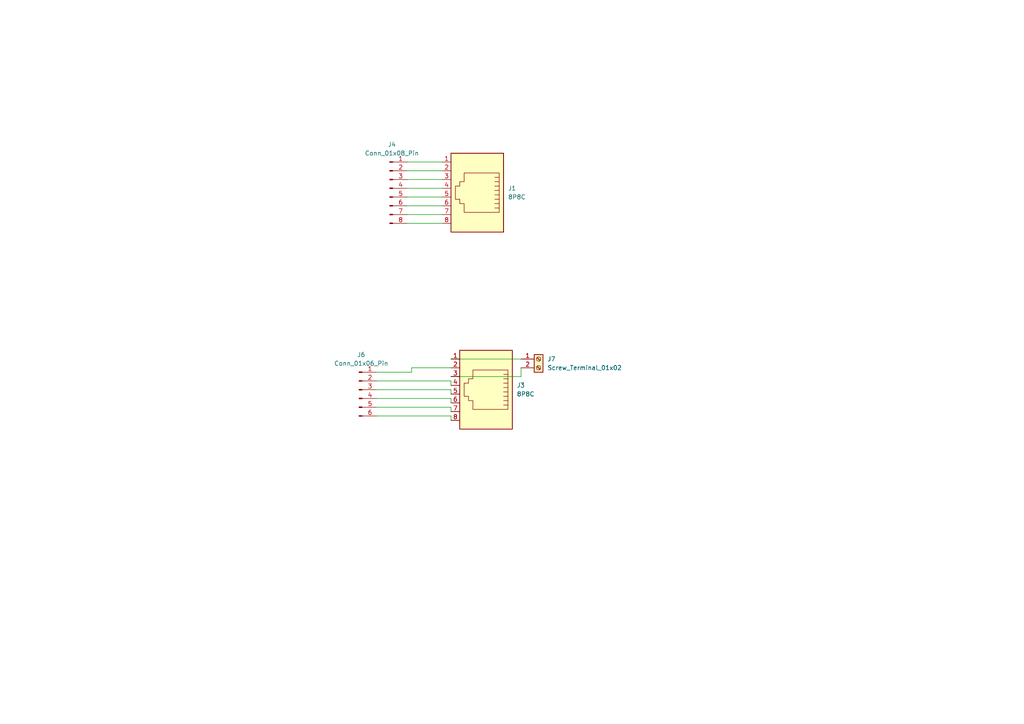
<source format=kicad_sch>
(kicad_sch (version 20230121) (generator eeschema)
  (paper "A4")
  (lib_symbols
    (symbol "Connector:8P8C" (pin_names (offset 1.016))
      (property "Reference" "J" (at -5.08 13.97 0))
      (property "Value" "8P8C" (at 2.54 13.97 0))
      (symbol "8P8C_0_1"
        (polyline (pts (xy -5.08 4.445) (xy -6.35 4.445)))
        (polyline (pts (xy -5.08 5.715) (xy -6.35 5.715)))
        (polyline (pts (xy -6.35 -3.175) (xy -5.08 -3.175) (xy -5.08 -3.175)))
        (polyline (pts (xy -6.35 -1.905) (xy -5.08 -1.905) (xy -5.08 -1.905)))
        (polyline (pts (xy -6.35 -0.635) (xy -5.08 -0.635) (xy -5.08 -0.635)))
        (polyline (pts (xy -6.35 0.635) (xy -5.08 0.635) (xy -5.08 0.635)))
        (polyline (pts (xy -6.35 1.905) (xy -5.08 1.905) (xy -5.08 1.905)))
        (polyline (pts (xy -5.08 3.175) (xy -6.35 3.175) (xy -6.35 3.175)))
        (polyline (pts (xy -6.35 -4.445) (xy -6.35 6.985) (xy 3.81 6.985) (xy 3.81 4.445) (xy 5.08 4.445) (xy 5.08 3.175) (xy 6.35 3.175) (xy 6.35 -0.635) (xy 5.08 -0.635) (xy 5.08 -1.905) (xy 3.81 -1.905) (xy 3.81 -4.445) (xy -6.35 -4.445) (xy -6.35 -4.445)))
        (rectangle (start 7.62 12.7) (end -7.62 -10.16) (stroke (width 0.254)) (fill (type background)))
      )
      (symbol "8P8C_1_1"
        (pin passive line (at 10.16 -7.62 180) (length 2.54) (name "~") (number "1"))
        (pin passive line (at 10.16 -5.08 180) (length 2.54) (name "~") (number "2"))
        (pin passive line (at 10.16 -2.54 180) (length 2.54) (name "~") (number "3"))
        (pin passive line (at 10.16 0 180) (length 2.54) (name "~") (number "4"))
        (pin passive line (at 10.16 2.54 180) (length 2.54) (name "~") (number "5"))
        (pin passive line (at 10.16 5.08 180) (length 2.54) (name "~") (number "6"))
        (pin passive line (at 10.16 7.62 180) (length 2.54) (name "~") (number "7"))
        (pin passive line (at 10.16 10.16 180) (length 2.54) (name "~") (number "8"))
      )
    )
    (symbol "Connector:Conn_01x06_Pin" (pin_names (offset 1.016) hide)
      (property "Reference" "J" (at 0 7.62 0))
      (property "Value" "Conn_01x06_Pin" (at 0 -10.16 0))
      (symbol "Conn_01x06_Pin_1_1"
        (polyline (pts (xy 1.27 -7.62) (xy 0.8636 -7.62)) (stroke (width 0.1524)))
        (polyline (pts (xy 1.27 -5.08) (xy 0.8636 -5.08)) (stroke (width 0.1524)))
        (polyline (pts (xy 1.27 -2.54) (xy 0.8636 -2.54)) (stroke (width 0.1524)))
        (polyline (pts (xy 1.27 0) (xy 0.8636 0)) (stroke (width 0.1524)))
        (polyline (pts (xy 1.27 2.54) (xy 0.8636 2.54)) (stroke (width 0.1524)))
        (polyline (pts (xy 1.27 5.08) (xy 0.8636 5.08)) (stroke (width 0.1524)))
        (rectangle (start 0.8636 -7.493) (end 0 -7.747) (stroke (width 0.1524)) (fill (type outline)))
        (rectangle (start 0.8636 -4.953) (end 0 -5.207) (stroke (width 0.1524)) (fill (type outline)))
        (rectangle (start 0.8636 -2.413) (end 0 -2.667) (stroke (width 0.1524)) (fill (type outline)))
        (rectangle (start 0.8636 0.127) (end 0 -0.127) (stroke (width 0.1524)) (fill (type outline)))
        (rectangle (start 0.8636 2.667) (end 0 2.413) (stroke (width 0.1524)) (fill (type outline)))
        (rectangle (start 0.8636 5.207) (end 0 4.953) (stroke (width 0.1524)) (fill (type outline)))
        (pin passive line (at 5.08 5.08 180) (length 3.81) (name "Pin_1") (number "1"))
        (pin passive line (at 5.08 2.54 180) (length 3.81) (name "Pin_2") (number "2"))
        (pin passive line (at 5.08 0 180) (length 3.81) (name "Pin_3") (number "3"))
        (pin passive line (at 5.08 -2.54 180) (length 3.81) (name "Pin_4") (number "4"))
        (pin passive line (at 5.08 -5.08 180) (length 3.81) (name "Pin_5") (number "5"))
        (pin passive line (at 5.08 -7.62 180) (length 3.81) (name "Pin_6") (number "6"))
      )
    )
    (symbol "Connector:Conn_01x08_Pin" (pin_names (offset 1.016) hide)
      (property "Reference" "J" (at 0 10.16 0))
      (property "Value" "Conn_01x08_Pin" (at 0 -12.7 0))
      (symbol "Conn_01x08_Pin_1_1"
        (polyline (pts (xy 1.27 -10.16) (xy 0.8636 -10.16)) (stroke (width 0.1524)))
        (polyline (pts (xy 1.27 -7.62) (xy 0.8636 -7.62)) (stroke (width 0.1524)))
        (polyline (pts (xy 1.27 -5.08) (xy 0.8636 -5.08)) (stroke (width 0.1524)))
        (polyline (pts (xy 1.27 -2.54) (xy 0.8636 -2.54)) (stroke (width 0.1524)))
        (polyline (pts (xy 1.27 0) (xy 0.8636 0)) (stroke (width 0.1524)))
        (polyline (pts (xy 1.27 2.54) (xy 0.8636 2.54)) (stroke (width 0.1524)))
        (polyline (pts (xy 1.27 5.08) (xy 0.8636 5.08)) (stroke (width 0.1524)))
        (polyline (pts (xy 1.27 7.62) (xy 0.8636 7.62)) (stroke (width 0.1524)))
        (rectangle (start 0.8636 -10.033) (end 0 -10.287) (stroke (width 0.1524)) (fill (type outline)))
        (rectangle (start 0.8636 -7.493) (end 0 -7.747) (stroke (width 0.1524)) (fill (type outline)))
        (rectangle (start 0.8636 -4.953) (end 0 -5.207) (stroke (width 0.1524)) (fill (type outline)))
        (rectangle (start 0.8636 -2.413) (end 0 -2.667) (stroke (width 0.1524)) (fill (type outline)))
        (rectangle (start 0.8636 0.127) (end 0 -0.127) (stroke (width 0.1524)) (fill (type outline)))
        (rectangle (start 0.8636 2.667) (end 0 2.413) (stroke (width 0.1524)) (fill (type outline)))
        (rectangle (start 0.8636 5.207) (end 0 4.953) (stroke (width 0.1524)) (fill (type outline)))
        (rectangle (start 0.8636 7.747) (end 0 7.493) (stroke (width 0.1524)) (fill (type outline)))
        (pin passive line (at 5.08 7.62 180) (length 3.81) (name "Pin_1") (number "1"))
        (pin passive line (at 5.08 5.08 180) (length 3.81) (name "Pin_2") (number "2"))
        (pin passive line (at 5.08 2.54 180) (length 3.81) (name "Pin_3") (number "3"))
        (pin passive line (at 5.08 0 180) (length 3.81) (name "Pin_4") (number "4"))
        (pin passive line (at 5.08 -2.54 180) (length 3.81) (name "Pin_5") (number "5"))
        (pin passive line (at 5.08 -5.08 180) (length 3.81) (name "Pin_6") (number "6"))
        (pin passive line (at 5.08 -7.62 180) (length 3.81) (name "Pin_7") (number "7"))
        (pin passive line (at 5.08 -10.16 180) (length 3.81) (name "Pin_8") (number "8"))
      )
    )
    (symbol "Connector:Screw_Terminal_01x02" (pin_names (offset 1.016) hide)
      (property "Reference" "J" (at 0 2.54 0))
      (property "Value" "Screw_Terminal_01x02" (at 0 -5.08 0))
      (symbol "Screw_Terminal_01x02_1_1"
        (rectangle (start -1.27 1.27) (end 1.27 -3.81) (stroke (width 0.254)) (fill (type background)))
        (circle (center 0 -2.54) (radius 0.635) (stroke (width 0.1524)))
        (polyline (pts (xy -0.5334 -2.2098) (xy 0.3302 -3.048)) (stroke (width 0.1524)))
        (polyline (pts (xy -0.5334 0.3302) (xy 0.3302 -0.508)) (stroke (width 0.1524)))
        (polyline (pts (xy -0.3556 -2.032) (xy 0.508 -2.8702)) (stroke (width 0.1524)))
        (polyline (pts (xy -0.3556 0.508) (xy 0.508 -0.3302)) (stroke (width 0.1524)))
        (circle (center 0 0) (radius 0.635) (stroke (width 0.1524)))
        (pin passive line (at -5.08 0 0) (length 3.81) (name "Pin_1") (number "1"))
        (pin passive line (at -5.08 -2.54 0) (length 3.81) (name "Pin_2") (number "2"))
      )
    )
  )
  (wire (pts (xy 130.81 113.03) (xy 130.81 114.3)))
  (wire (pts (xy 109.22 120.65) (xy 130.81 120.65)))
  (wire (pts (xy 118.11 59.69) (xy 128.27 59.69)))
  (wire (pts (xy 119.38 106.68) (xy 130.81 106.68)))
  (wire (pts (xy 118.11 57.15) (xy 128.27 57.15)))
  (wire (pts (xy 109.22 110.49) (xy 130.81 110.49)))
  (wire (pts (xy 109.22 118.11) (xy 130.81 118.11)))
  (wire (pts (xy 130.81 110.49) (xy 130.81 111.76)))
  (wire (pts (xy 118.11 62.23) (xy 128.27 62.23)))
  (wire (pts (xy 130.81 120.65) (xy 130.81 121.92)))
  (wire (pts (xy 119.38 107.95) (xy 119.38 106.68)))
  (wire (pts (xy 118.11 46.99) (xy 128.27 46.99)))
  (wire (pts (xy 130.81 118.11) (xy 130.81 119.38)))
  (wire (pts (xy 118.11 54.61) (xy 128.27 54.61)))
  (wire (pts (xy 118.11 64.77) (xy 128.27 64.77)))
  (wire (pts (xy 130.81 109.22) (xy 151.13 109.22)))
  (wire (pts (xy 118.11 49.53) (xy 128.27 49.53)))
  (wire (pts (xy 109.22 115.57) (xy 130.81 115.57)))
  (wire (pts (xy 130.81 104.14) (xy 151.13 104.14)))
  (wire (pts (xy 118.11 52.07) (xy 128.27 52.07)))
  (wire (pts (xy 109.22 107.95) (xy 119.38 107.95)))
  (wire (pts (xy 151.13 109.22) (xy 151.13 106.68)))
  (wire (pts (xy 130.81 115.57) (xy 130.81 116.84)))
  (wire (pts (xy 109.22 113.03) (xy 130.81 113.03)))
  (symbol (lib_id "Connector:Conn_01x06_Pin") (at 104.14 113.03 0) (unit 1)
    (property "Reference" "J6" (at 104.775 102.87 0))
    (property "Value" "Conn_01x06_Pin" (at 104.775 105.41 0))
    (property "Footprint" "Connector_PinHeader_2.54mm:PinHeader_1x06_P2.54mm_Vertical" (effects hide))
  )
  (symbol (lib_id "Connector:Screw_Terminal_01x02") (at 156.21 104.14 0) (unit 1)
    (property "Reference" "J7" (at 158.75 104.14 0) (effects (justify left)))
    (property "Value" "Screw_Terminal_01x02" (at 158.75 106.68 0) (effects (justify left)))
    (property "Footprint" "TerminalBlock_4Ucon:TerminalBlock_4Ucon_1x02_P3.50mm_Horizontal" (effects hide))
  )
  (symbol (lib_id "Connector:Conn_01x08_Pin") (at 113.03 54.61 0) (unit 1)
    (property "Reference" "J4" (at 113.665 41.91 0))
    (property "Value" "Conn_01x08_Pin" (at 113.665 44.45 0))
    (property "Footprint" "Connector_PinHeader_2.54mm:PinHeader_1x08_P2.54mm_Vertical" (effects hide))
  )
  (symbol (lib_id "Connector:8P8C") (at 140.97 111.76 180) (unit 1)
    (property "Reference" "J3" (at 149.86 111.76 0) (effects (justify right)))
    (property "Value" "8P8C" (at 149.86 114.3 0) (effects (justify right)))
    (property "Footprint" "Connector_RJ:RJ45_Amphenol_54602-x08_Horizontal" (effects hide))
  )
  (symbol (lib_id "Connector:8P8C") (at 138.43 54.61 180) (unit 1)
    (property "Reference" "J1" (at 147.32 54.61 0) (effects (justify right)))
    (property "Value" "8P8C" (at 147.32 57.15 0) (effects (justify right)))
    (property "Footprint" "Connector_RJ:RJ45_Amphenol_54602-x08_Horizontal" (effects hide))
  )
)
</source>
